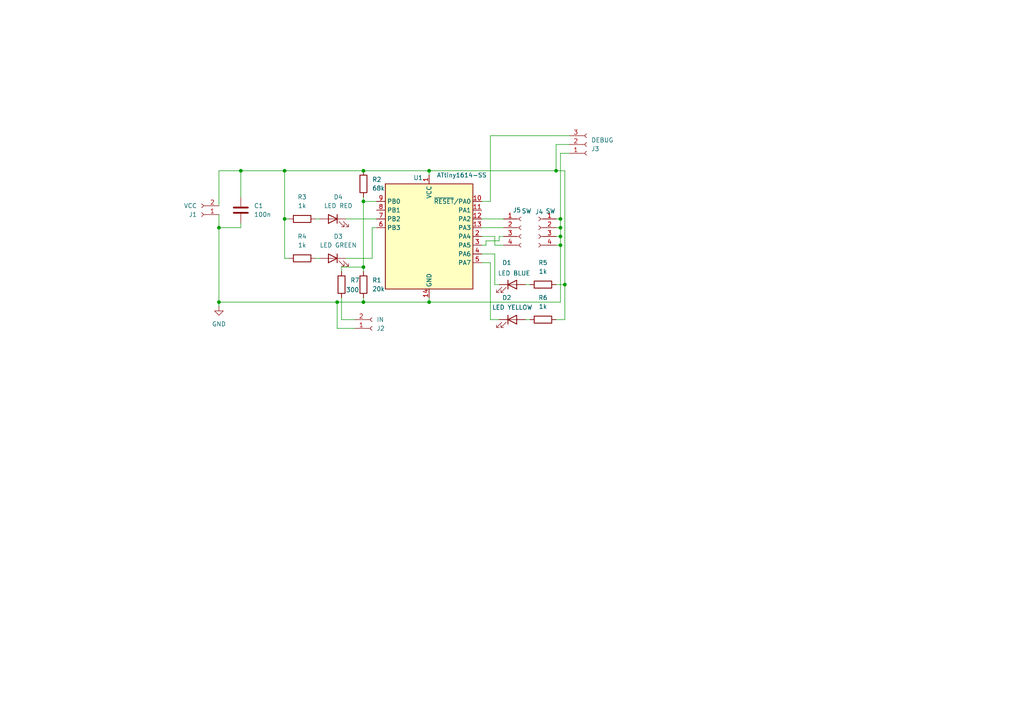
<source format=kicad_sch>
(kicad_sch (version 20231120) (generator "eeschema") (generator_version "8.0")
  (paper "A4")
  (lib_symbols
    (symbol "Connector:Conn_01x02_Socket" (pin_names (offset 1.016) hide)
      (property "Reference" "J" (at 0 2.54 0))
      (property "Value" "Conn_01x02_Socket" (at 0 -5.08 0))
      (symbol "Conn_01x02_Socket_1_1"
        (arc (start 0 -2.032) (mid -0.5058 -2.54) (end 0 -3.048) (stroke (width 0.1524)))
        (polyline (pts (xy -1.27 -2.54) (xy -0.508 -2.54)) (stroke (width 0.1524)))
        (polyline (pts (xy -1.27 0) (xy -0.508 0)) (stroke (width 0.1524)))
        (arc (start 0 0.508) (mid -0.5058 0) (end 0 -0.508) (stroke (width 0.1524)))
        (pin passive line (at -5.08 0 0) (length 3.81) (name "Pin_1") (number "1"))
        (pin passive line (at -5.08 -2.54 0) (length 3.81) (name "Pin_2") (number "2"))
      )
    )
    (symbol "Connector:Conn_01x03_Socket" (pin_names (offset 1.016) hide)
      (property "Reference" "J" (at 0 5.08 0))
      (property "Value" "Conn_01x03_Socket" (at 0 -5.08 0))
      (symbol "Conn_01x03_Socket_1_1"
        (arc (start 0 -2.032) (mid -0.5058 -2.54) (end 0 -3.048) (stroke (width 0.1524)))
        (polyline (pts (xy -1.27 -2.54) (xy -0.508 -2.54)) (stroke (width 0.1524)))
        (polyline (pts (xy -1.27 0) (xy -0.508 0)) (stroke (width 0.1524)))
        (polyline (pts (xy -1.27 2.54) (xy -0.508 2.54)) (stroke (width 0.1524)))
        (arc (start 0 0.508) (mid -0.5058 0) (end 0 -0.508) (stroke (width 0.1524)))
        (arc (start 0 3.048) (mid -0.5058 2.54) (end 0 2.032) (stroke (width 0.1524)))
        (pin passive line (at -5.08 2.54 0) (length 3.81) (name "Pin_1") (number "1"))
        (pin passive line (at -5.08 0 0) (length 3.81) (name "Pin_2") (number "2"))
        (pin passive line (at -5.08 -2.54 0) (length 3.81) (name "Pin_3") (number "3"))
      )
    )
    (symbol "Connector:Conn_01x04_Socket" (pin_names (offset 1.016) hide)
      (property "Reference" "J" (at 0 5.08 0))
      (property "Value" "Conn_01x04_Socket" (at 0 -7.62 0))
      (symbol "Conn_01x04_Socket_1_1"
        (arc (start 0 -4.572) (mid -0.5058 -5.08) (end 0 -5.588) (stroke (width 0.1524)))
        (arc (start 0 -2.032) (mid -0.5058 -2.54) (end 0 -3.048) (stroke (width 0.1524)))
        (polyline (pts (xy -1.27 -5.08) (xy -0.508 -5.08)) (stroke (width 0.1524)))
        (polyline (pts (xy -1.27 -2.54) (xy -0.508 -2.54)) (stroke (width 0.1524)))
        (polyline (pts (xy -1.27 0) (xy -0.508 0)) (stroke (width 0.1524)))
        (polyline (pts (xy -1.27 2.54) (xy -0.508 2.54)) (stroke (width 0.1524)))
        (arc (start 0 0.508) (mid -0.5058 0) (end 0 -0.508) (stroke (width 0.1524)))
        (arc (start 0 3.048) (mid -0.5058 2.54) (end 0 2.032) (stroke (width 0.1524)))
        (pin passive line (at -5.08 2.54 0) (length 3.81) (name "Pin_1") (number "1"))
        (pin passive line (at -5.08 0 0) (length 3.81) (name "Pin_2") (number "2"))
        (pin passive line (at -5.08 -2.54 0) (length 3.81) (name "Pin_3") (number "3"))
        (pin passive line (at -5.08 -5.08 0) (length 3.81) (name "Pin_4") (number "4"))
      )
    )
    (symbol "Device:C" (pin_numbers hide) (pin_names (offset 0.254))
      (property "Reference" "C" (at 0.635 2.54 0))
      (property "Value" "C" (at 0.635 -2.54 0))
      (symbol "C_0_1"
        (polyline (pts (xy -2.032 -0.762) (xy 2.032 -0.762)) (stroke (width 0.508)))
        (polyline (pts (xy -2.032 0.762) (xy 2.032 0.762)) (stroke (width 0.508)))
      )
      (symbol "C_1_1"
        (pin passive line (at 0 3.81 270) (length 2.794) (name "~") (number "1"))
        (pin passive line (at 0 -3.81 90) (length 2.794) (name "~") (number "2"))
      )
    )
    (symbol "Device:LED" (pin_numbers hide) (pin_names (offset 1.016) hide)
      (property "Reference" "D" (at 0 2.54 0))
      (property "Value" "LED" (at 0 -2.54 0))
      (symbol "LED_0_1"
        (polyline (pts (xy -1.27 -1.27) (xy -1.27 1.27)) (stroke (width 0.254)))
        (polyline (pts (xy -1.27 0) (xy 1.27 0)))
        (polyline (pts (xy 1.27 -1.27) (xy 1.27 1.27) (xy -1.27 0) (xy 1.27 -1.27)) (stroke (width 0.254)))
        (polyline (pts (xy -3.048 -0.762) (xy -4.572 -2.286) (xy -3.81 -2.286) (xy -4.572 -2.286) (xy -4.572 -1.524)))
        (polyline (pts (xy -1.778 -0.762) (xy -3.302 -2.286) (xy -2.54 -2.286) (xy -3.302 -2.286) (xy -3.302 -1.524)))
      )
      (symbol "LED_1_1"
        (pin passive line (at -3.81 0 0) (length 2.54) (name "K") (number "1"))
        (pin passive line (at 3.81 0 180) (length 2.54) (name "A") (number "2"))
      )
    )
    (symbol "Device:R" (pin_numbers hide) (pin_names (offset 0))
      (property "Reference" "R" (at 2.032 0 90))
      (property "Value" "R" (at 0 0 90))
      (symbol "R_0_1"
        (rectangle (start -1.016 -2.54) (end 1.016 2.54) (stroke (width 0.254)))
      )
      (symbol "R_1_1"
        (pin passive line (at 0 3.81 270) (length 1.27) (name "~") (number "1"))
        (pin passive line (at 0 -3.81 90) (length 1.27) (name "~") (number "2"))
      )
    )
    (symbol "MCU_Microchip_ATtiny:ATtiny1614-SS"
      (property "Reference" "U" (at -12.7 16.51 0))
      (property "Value" "ATtiny1614-SS" (at 2.54 -16.51 0))
      (symbol "ATtiny1614-SS_0_1"
        (rectangle (start -12.7 -15.24) (end 12.7 15.24) (stroke (width 0.254)) (fill (type background)))
      )
      (symbol "ATtiny1614-SS_1_1"
        (pin power_in line (at 0 17.78 270) (length 2.54) (name "VCC") (number "1"))
        (pin bidirectional line (at 15.24 10.16 180) (length 2.54) (name "~{RESET}/PA0") (number "10"))
        (pin bidirectional line (at 15.24 7.62 180) (length 2.54) (name "PA1") (number "11"))
        (pin bidirectional line (at 15.24 5.08 180) (length 2.54) (name "PA2") (number "12"))
        (pin bidirectional line (at 15.24 2.54 180) (length 2.54) (name "PA3") (number "13"))
        (pin power_in line (at 0 -17.78 90) (length 2.54) (name "GND") (number "14"))
        (pin bidirectional line (at 15.24 0 180) (length 2.54) (name "PA4") (number "2"))
        (pin bidirectional line (at 15.24 -2.54 180) (length 2.54) (name "PA5") (number "3"))
        (pin bidirectional line (at 15.24 -5.08 180) (length 2.54) (name "PA6") (number "4"))
        (pin bidirectional line (at 15.24 -7.62 180) (length 2.54) (name "PA7") (number "5"))
        (pin bidirectional line (at -15.24 2.54 0) (length 2.54) (name "PB3") (number "6"))
        (pin bidirectional line (at -15.24 5.08 0) (length 2.54) (name "PB2") (number "7"))
        (pin bidirectional line (at -15.24 7.62 0) (length 2.54) (name "PB1") (number "8"))
        (pin bidirectional line (at -15.24 10.16 0) (length 2.54) (name "PB0") (number "9"))
      )
    )
    (symbol "power:GND" (power) (pin_numbers hide) (pin_names (offset 0) hide)
      (property "Value" "GND" (at 0 -3.81 0))
      (symbol "GND_0_1"
        (polyline (pts (xy 0 0) (xy 0 -1.27) (xy 1.27 -1.27) (xy 0 -2.54) (xy -1.27 -1.27) (xy 0 -1.27)))
      )
      (symbol "GND_1_1"
        (pin power_in line (at 0 0 270) (length 0) (name "~") (number "1"))
      )
    )
  )
  (junction (at 161.29 49.53))
  (junction (at 82.55 63.5))
  (junction (at 82.55 49.53))
  (junction (at 105.41 49.53))
  (junction (at 63.5 87.63))
  (junction (at 162.56 63.5))
  (junction (at 124.46 87.63))
  (junction (at 69.85 49.53))
  (junction (at 124.46 49.53))
  (junction (at 105.41 58.42))
  (junction (at 105.41 77.47))
  (junction (at 162.56 68.58))
  (junction (at 162.56 66.04))
  (junction (at 105.41 87.63))
  (junction (at 63.5 66.04))
  (junction (at 163.83 82.55))
  (junction (at 97.79 87.63))
  (junction (at 162.56 71.12))
  (wire (pts (xy 124.46 50.8) (xy 124.46 49.53)))
  (wire (pts (xy 82.55 63.5) (xy 83.82 63.5)))
  (wire (pts (xy 99.06 92.71) (xy 102.87 92.71)))
  (wire (pts (xy 161.29 82.55) (xy 163.83 82.55)))
  (wire (pts (xy 63.5 87.63) (xy 97.79 87.63)))
  (wire (pts (xy 109.22 66.04) (xy 107.95 66.04)))
  (wire (pts (xy 139.7 63.5) (xy 146.05 63.5)))
  (wire (pts (xy 109.22 58.42) (xy 105.41 58.42)))
  (wire (pts (xy 99.06 86.36) (xy 99.06 92.71)))
  (wire (pts (xy 63.5 49.53) (xy 63.5 59.69)))
  (wire (pts (xy 97.79 95.25) (xy 102.87 95.25)))
  (wire (pts (xy 69.85 64.77) (xy 69.85 66.04)))
  (wire (pts (xy 99.06 77.47) (xy 99.06 78.74)))
  (wire (pts (xy 162.56 68.58) (xy 162.56 71.12)))
  (wire (pts (xy 152.4 92.71) (xy 153.67 92.71)))
  (wire (pts (xy 91.44 63.5) (xy 92.71 63.5)))
  (wire (pts (xy 82.55 49.53) (xy 82.55 63.5)))
  (wire (pts (xy 163.83 49.53) (xy 161.29 49.53)))
  (wire (pts (xy 140.97 69.85) (xy 144.78 69.85)))
  (wire (pts (xy 161.29 41.91) (xy 161.29 49.53)))
  (wire (pts (xy 163.83 92.71) (xy 163.83 82.55)))
  (wire (pts (xy 165.1 41.91) (xy 161.29 41.91)))
  (wire (pts (xy 63.5 87.63) (xy 63.5 88.9)))
  (wire (pts (xy 143.51 73.66) (xy 139.7 73.66)))
  (wire (pts (xy 69.85 49.53) (xy 63.5 49.53)))
  (wire (pts (xy 162.56 66.04) (xy 162.56 68.58)))
  (wire (pts (xy 99.06 77.47) (xy 105.41 77.47)))
  (wire (pts (xy 142.24 76.2) (xy 142.24 92.71)))
  (wire (pts (xy 162.56 87.63) (xy 124.46 87.63)))
  (wire (pts (xy 143.51 71.12) (xy 146.05 71.12)))
  (wire (pts (xy 162.56 63.5) (xy 162.56 66.04)))
  (wire (pts (xy 83.82 74.93) (xy 82.55 74.93)))
  (wire (pts (xy 161.29 92.71) (xy 163.83 92.71)))
  (wire (pts (xy 161.29 49.53) (xy 124.46 49.53)))
  (wire (pts (xy 82.55 49.53) (xy 105.41 49.53)))
  (wire (pts (xy 143.51 71.12) (xy 143.51 68.58)))
  (wire (pts (xy 161.29 66.04) (xy 162.56 66.04)))
  (wire (pts (xy 105.41 58.42) (xy 105.41 57.15)))
  (wire (pts (xy 63.5 66.04) (xy 63.5 87.63)))
  (wire (pts (xy 82.55 63.5) (xy 82.55 74.93)))
  (wire (pts (xy 144.78 82.55) (xy 143.51 82.55)))
  (wire (pts (xy 107.95 74.93) (xy 100.33 74.93)))
  (wire (pts (xy 142.24 92.71) (xy 144.78 92.71)))
  (wire (pts (xy 105.41 58.42) (xy 105.41 77.47)))
  (wire (pts (xy 161.29 71.12) (xy 162.56 71.12)))
  (wire (pts (xy 162.56 44.45) (xy 165.1 44.45)))
  (wire (pts (xy 139.7 66.04) (xy 146.05 66.04)))
  (wire (pts (xy 165.1 39.37) (xy 142.24 39.37)))
  (wire (pts (xy 124.46 87.63) (xy 124.46 86.36)))
  (wire (pts (xy 139.7 68.58) (xy 143.51 68.58)))
  (wire (pts (xy 63.5 66.04) (xy 69.85 66.04)))
  (wire (pts (xy 63.5 62.23) (xy 63.5 66.04)))
  (wire (pts (xy 105.41 86.36) (xy 105.41 87.63)))
  (wire (pts (xy 97.79 87.63) (xy 105.41 87.63)))
  (wire (pts (xy 140.97 71.12) (xy 140.97 69.85)))
  (wire (pts (xy 142.24 58.42) (xy 139.7 58.42)))
  (wire (pts (xy 69.85 49.53) (xy 69.85 57.15)))
  (wire (pts (xy 144.78 69.85) (xy 144.78 68.58)))
  (wire (pts (xy 82.55 49.53) (xy 69.85 49.53)))
  (wire (pts (xy 100.33 63.5) (xy 109.22 63.5)))
  (wire (pts (xy 161.29 63.5) (xy 162.56 63.5)))
  (wire (pts (xy 142.24 39.37) (xy 142.24 58.42)))
  (wire (pts (xy 162.56 44.45) (xy 162.56 63.5)))
  (wire (pts (xy 144.78 68.58) (xy 146.05 68.58)))
  (wire (pts (xy 105.41 77.47) (xy 105.41 78.74)))
  (wire (pts (xy 163.83 82.55) (xy 163.83 49.53)))
  (wire (pts (xy 139.7 71.12) (xy 140.97 71.12)))
  (wire (pts (xy 105.41 87.63) (xy 124.46 87.63)))
  (wire (pts (xy 152.4 82.55) (xy 153.67 82.55)))
  (wire (pts (xy 161.29 68.58) (xy 162.56 68.58)))
  (wire (pts (xy 107.95 66.04) (xy 107.95 74.93)))
  (wire (pts (xy 124.46 49.53) (xy 105.41 49.53)))
  (wire (pts (xy 91.44 74.93) (xy 92.71 74.93)))
  (wire (pts (xy 97.79 95.25) (xy 97.79 87.63)))
  (wire (pts (xy 139.7 76.2) (xy 142.24 76.2)))
  (wire (pts (xy 143.51 82.55) (xy 143.51 73.66)))
  (wire (pts (xy 162.56 71.12) (xy 162.56 87.63)))
  (symbol (lib_id "Device:LED") (at 96.52 63.5 0) (mirror y) (unit 1)
    (property "Reference" "D4" (at 98.1075 57.15 0))
    (property "Value" "LED RED" (at 98.1075 59.69 0))
    (property "Footprint" "LED_SMD:LED_0805_2012Metric" (effects (hide yes)))
    (property "Description" "Light emitting diode" (effects (hide yes)))
  )
  (symbol (lib_id "power:GND") (at 63.5 88.9 0) (unit 1)
    (property "Reference" "#PWR1" (effects (hide yes)))
    (property "Value" "GND" (at 63.5 93.98 0))
    (property "Description" "Power symbol creates a global label with name \"GND\" , ground" (effects (hide yes)))
  )
  (symbol (lib_id "MCU_Microchip_ATtiny:ATtiny1614-SS") (at 124.46 68.58 0) (unit 1)
    (property "Reference" "U1" (at 119.888 51.562 0) (effects (justify left)))
    (property "Value" "ATtiny1614-SS" (at 126.6541 50.8 0) (effects (justify left)))
    (property "Footprint" "Package_SO:SOIC-14_3.9x8.7mm_P1.27mm" (effects (hide yes)))
    (property "Datasheet" "http://ww1.microchip.com/downloads/en/DeviceDoc/ATtiny1614-data-sheet-40001995A.pdf" (effects (hide yes)))
    (property "Description" "20MHz, 16kB Flash, 2kB SRAM, 256B EEPROM, SOIC-14" (effects (hide yes)))
  )
  (symbol (lib_id "Connector:Conn_01x03_Socket") (at 170.18 41.91 0) (mirror x) (unit 1)
    (property "Reference" "J3" (at 171.45 43.1801 0) (effects (justify left)))
    (property "Value" "DEBUG" (at 171.45 40.6401 0) (effects (justify left)))
    (property "Footprint" "Connector_PinHeader_2.54mm:PinHeader_1x03_P2.54mm_Vertical" (effects (hide yes)))
    (property "Description" "Generic connector, single row, 01x03, script generated" (effects (hide yes)))
  )
  (symbol (lib_id "Device:R") (at 87.63 74.93 270) (unit 1)
    (property "Reference" "R4" (at 87.63 68.58 90))
    (property "Value" "1k" (at 87.63 71.12 90))
    (property "Footprint" "Resistor_SMD:R_0805_2012Metric" (effects (hide yes)))
    (property "Description" "Resistor" (effects (hide yes)))
  )
  (symbol (lib_id "Device:LED") (at 96.52 74.93 0) (mirror y) (unit 1)
    (property "Reference" "D3" (at 98.1075 68.58 0))
    (property "Value" "LED GREEN" (at 98.1075 71.12 0))
    (property "Footprint" "LED_SMD:LED_0805_2012Metric" (effects (hide yes)))
    (property "Description" "Light emitting diode" (effects (hide yes)))
  )
  (symbol (lib_id "Device:R") (at 105.41 82.55 0) (unit 1)
    (property "Reference" "R1" (at 107.95 81.2799 0) (effects (justify left)))
    (property "Value" "20k" (at 107.95 83.8199 0) (effects (justify left)))
    (property "Footprint" "Resistor_SMD:R_0805_2012Metric" (effects (hide yes)))
    (property "Description" "Resistor" (effects (hide yes)))
  )
  (symbol (lib_id "Connector:Conn_01x02_Socket") (at 58.42 62.23 180) (unit 1)
    (property "Reference" "J1" (at 57.15 62.2301 0) (effects (justify left)))
    (property "Value" "VCC" (at 57.15 59.6901 0) (effects (justify left)))
    (property "Footprint" "Connector_PinHeader_2.54mm:PinHeader_1x02_P2.54mm_Vertical" (effects (hide yes)))
    (property "Description" "Generic connector, single row, 01x02, script generated" (effects (hide yes)))
  )
  (symbol (lib_id "Connector:Conn_01x04_Socket") (at 156.21 66.04 0) (mirror y) (unit 1)
    (property "Reference" "J5" (at 151.13 60.96 0) (effects (justify left)))
    (property "Value" "SW" (at 154.178 61.214 0) (effects (justify left)))
    (property "Footprint" "Connector_PinHeader_2.54mm:PinHeader_1x04_P2.54mm_Vertical" (effects (hide yes)))
    (property "Description" "Generic connector, single row, 01x04, script generated" (effects (hide yes)))
  )
  (symbol (lib_id "Device:R") (at 87.63 63.5 270) (unit 1)
    (property "Reference" "R3" (at 87.63 57.15 90))
    (property "Value" "1k" (at 87.63 59.69 90))
    (property "Footprint" "Resistor_SMD:R_0805_2012Metric" (effects (hide yes)))
    (property "Description" "Resistor" (effects (hide yes)))
  )
  (symbol (lib_id "Device:R") (at 157.48 82.55 270) (unit 1)
    (property "Reference" "R5" (at 157.48 76.2 90))
    (property "Value" "1k" (at 157.48 78.74 90))
    (property "Footprint" "Resistor_SMD:R_0805_2012Metric" (effects (hide yes)))
    (property "Description" "Resistor" (effects (hide yes)))
  )
  (symbol (lib_id "Connector:Conn_01x04_Socket") (at 151.13 66.04 0) (unit 1)
    (property "Reference" "J4" (at 155.194 61.468 0) (effects (justify left)))
    (property "Value" "SW" (at 158.242 61.214 0) (effects (justify left)))
    (property "Footprint" "Connector_PinHeader_2.54mm:PinHeader_1x04_P2.54mm_Vertical" (effects (hide yes)))
    (property "Description" "Generic connector, single row, 01x04, script generated" (effects (hide yes)))
  )
  (symbol (lib_id "Connector:Conn_01x02_Socket") (at 107.95 95.25 0) (mirror x) (unit 1)
    (property "Reference" "J2" (at 109.22 95.2501 0) (effects (justify left)))
    (property "Value" "IN" (at 109.22 92.7101 0) (effects (justify left)))
    (property "Footprint" "Connector_PinHeader_2.54mm:PinHeader_1x02_P2.54mm_Vertical" (effects (hide yes)))
    (property "Description" "Generic connector, single row, 01x02, script generated" (effects (hide yes)))
  )
  (symbol (lib_id "Device:R") (at 157.48 92.71 270) (unit 1)
    (property "Reference" "R6" (at 157.48 86.36 90))
    (property "Value" "1k" (at 157.48 88.9 90))
    (property "Footprint" "Resistor_SMD:R_0805_2012Metric" (effects (hide yes)))
    (property "Description" "Resistor" (effects (hide yes)))
  )
  (symbol (lib_id "Device:C") (at 69.85 60.96 0) (unit 1)
    (property "Reference" "C1" (at 73.66 59.6899 0) (effects (justify left)))
    (property "Value" "100n" (at 73.66 62.2299 0) (effects (justify left)))
    (property "Footprint" "Capacitor_SMD:C_0805_2012Metric" (effects (hide yes)))
    (property "Description" "Unpolarized capacitor" (effects (hide yes)))
  )
  (symbol (lib_id "Device:R") (at 105.41 53.34 0) (unit 1)
    (property "Reference" "R2" (at 107.95 52.0699 0) (effects (justify left)))
    (property "Value" "68k" (at 107.95 54.6099 0) (effects (justify left)))
    (property "Footprint" "Resistor_SMD:R_0805_2012Metric" (effects (hide yes)))
    (property "Description" "Resistor" (effects (hide yes)))
  )
  (symbol (lib_id "Device:LED") (at 148.59 92.71 0) (unit 1)
    (property "Reference" "D2" (at 147.0025 86.36 0))
    (property "Value" "LED YELLOW" (at 148.59 89.154 0))
    (property "Footprint" "LED_SMD:LED_0805_2012Metric" (effects (hide yes)))
    (property "Description" "Light emitting diode" (effects (hide yes)))
  )
  (symbol (lib_id "Device:LED") (at 148.59 82.55 0) (unit 1)
    (property "Reference" "D1" (at 147.0025 76.2 0))
    (property "Value" "LED BLUE" (at 149.098 79.248 0))
    (property "Footprint" "LED_SMD:LED_0805_2012Metric" (effects (hide yes)))
    (property "Description" "Light emitting diode" (effects (hide yes)))
  )
  (symbol (lib_id "Device:R") (at 99.06 82.55 0) (unit 1)
    (property "Reference" "R7" (at 101.6 81.2799 0) (effects (justify left)))
    (property "Value" "300" (at 100.33 84.074 0) (effects (justify left)))
    (property "Footprint" "Resistor_SMD:R_0805_2012Metric" (effects (hide yes)))
    (property "Description" "Resistor" (effects (hide yes)))
  )
)
</source>
